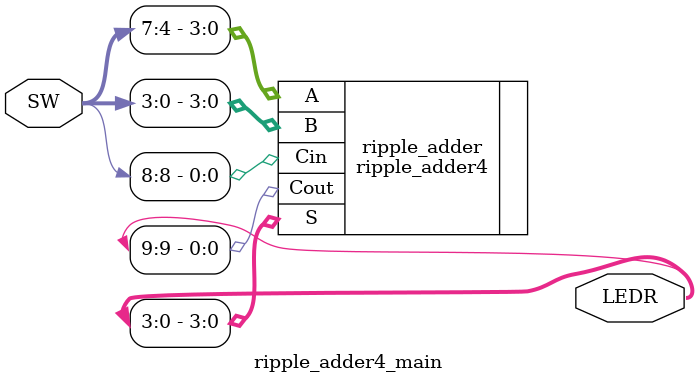
<source format=v>
`timescale 1ns / 1ns

module ripple_adder4_main(LEDR, SW);

	input [8:0] SW;
	output [9:0] LEDR;
	
	ripple_adder4 ripple_adder(
		
		// input binary numbers A and B, and Cin
		.A(SW[7:4]),
		.B(SW[3:0]),
		.Cin(SW[8]),
		
		// output sum S of A and B, and Cout
		.S(LEDR[3:0]),
		.Cout(LEDR[9])
	
	);

endmodule

</source>
